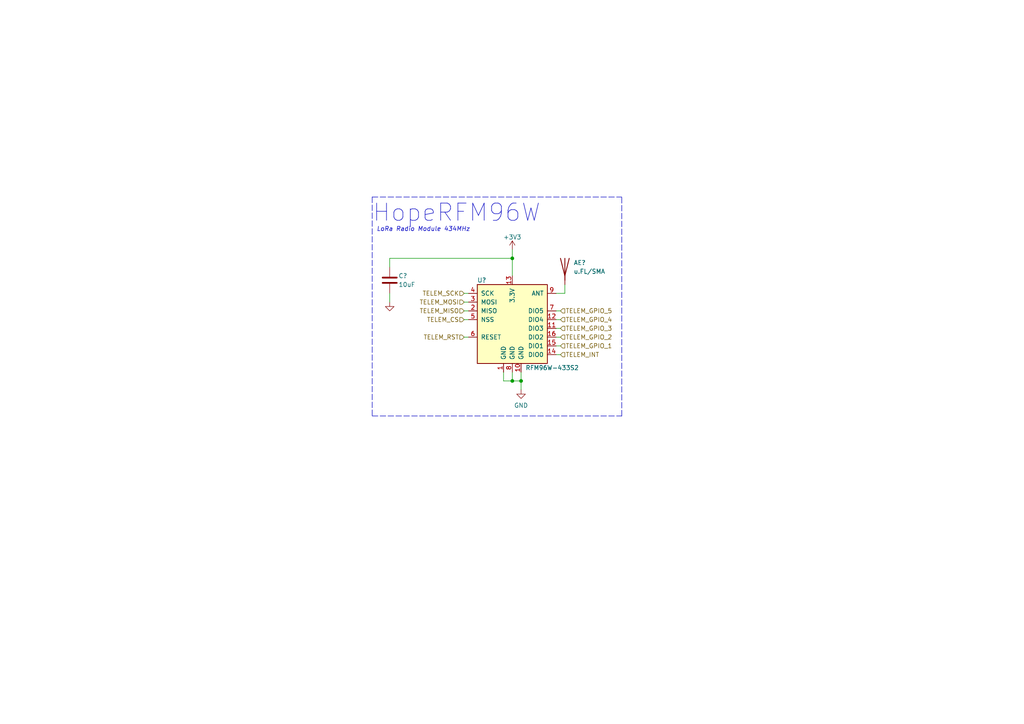
<source format=kicad_sch>
(kicad_sch (version 20211123) (generator eeschema)

  (uuid 8632cc89-d784-4878-8436-1b360a137557)

  (paper "A4")

  (lib_symbols
    (symbol "D24V50F5:C" (pin_numbers hide) (pin_names (offset 0.254)) (in_bom yes) (on_board yes)
      (property "Reference" "C" (id 0) (at 0.635 2.54 0)
        (effects (font (size 1.27 1.27)) (justify left))
      )
      (property "Value" "C" (id 1) (at 0.635 -2.54 0)
        (effects (font (size 1.27 1.27)) (justify left))
      )
      (property "Footprint" "" (id 2) (at 0.9652 -3.81 0)
        (effects (font (size 1.27 1.27)) hide)
      )
      (property "Datasheet" "~" (id 3) (at 0 0 0)
        (effects (font (size 1.27 1.27)) hide)
      )
      (property "ki_keywords" "cap capacitor" (id 4) (at 0 0 0)
        (effects (font (size 1.27 1.27)) hide)
      )
      (property "ki_description" "Unpolarized capacitor" (id 5) (at 0 0 0)
        (effects (font (size 1.27 1.27)) hide)
      )
      (property "ki_fp_filters" "C_*" (id 6) (at 0 0 0)
        (effects (font (size 1.27 1.27)) hide)
      )
      (symbol "C_0_1"
        (polyline
          (pts
            (xy -2.032 -0.762)
            (xy 2.032 -0.762)
          )
          (stroke (width 0.508) (type default) (color 0 0 0 0))
          (fill (type none))
        )
        (polyline
          (pts
            (xy -2.032 0.762)
            (xy 2.032 0.762)
          )
          (stroke (width 0.508) (type default) (color 0 0 0 0))
          (fill (type none))
        )
      )
      (symbol "C_1_1"
        (pin passive line (at 0 3.81 270) (length 2.794)
          (name "~" (effects (font (size 1.27 1.27))))
          (number "1" (effects (font (size 1.27 1.27))))
        )
        (pin passive line (at 0 -3.81 90) (length 2.794)
          (name "~" (effects (font (size 1.27 1.27))))
          (number "2" (effects (font (size 1.27 1.27))))
        )
      )
    )
    (symbol "Device:Antenna" (pin_numbers hide) (pin_names (offset 1.016) hide) (in_bom yes) (on_board yes)
      (property "Reference" "AE" (id 0) (at -1.905 1.905 0)
        (effects (font (size 1.27 1.27)) (justify right))
      )
      (property "Value" "Antenna" (id 1) (at -1.905 0 0)
        (effects (font (size 1.27 1.27)) (justify right))
      )
      (property "Footprint" "" (id 2) (at 0 0 0)
        (effects (font (size 1.27 1.27)) hide)
      )
      (property "Datasheet" "~" (id 3) (at 0 0 0)
        (effects (font (size 1.27 1.27)) hide)
      )
      (property "ki_keywords" "antenna" (id 4) (at 0 0 0)
        (effects (font (size 1.27 1.27)) hide)
      )
      (property "ki_description" "Antenna" (id 5) (at 0 0 0)
        (effects (font (size 1.27 1.27)) hide)
      )
      (symbol "Antenna_0_1"
        (polyline
          (pts
            (xy 0 2.54)
            (xy 0 -3.81)
          )
          (stroke (width 0.254) (type default) (color 0 0 0 0))
          (fill (type none))
        )
        (polyline
          (pts
            (xy 1.27 2.54)
            (xy 0 -2.54)
            (xy -1.27 2.54)
          )
          (stroke (width 0.254) (type default) (color 0 0 0 0))
          (fill (type none))
        )
      )
      (symbol "Antenna_1_1"
        (pin input line (at 0 -5.08 90) (length 2.54)
          (name "A" (effects (font (size 1.27 1.27))))
          (number "1" (effects (font (size 1.27 1.27))))
        )
      )
    )
    (symbol "RF_Module:RFM96W-433S2" (pin_names (offset 1.016)) (in_bom yes) (on_board yes)
      (property "Reference" "U" (id 0) (at -10.414 11.684 0)
        (effects (font (size 1.27 1.27)) (justify left))
      )
      (property "Value" "RFM96W-433S2" (id 1) (at 1.524 11.43 0)
        (effects (font (size 1.27 1.27)) (justify left))
      )
      (property "Footprint" "" (id 2) (at -83.82 41.91 0)
        (effects (font (size 1.27 1.27)) hide)
      )
      (property "Datasheet" "https://www.hoperf.com/data/upload/portal/20181127/5bfcc0ac60235.pdf" (id 3) (at -83.82 41.91 0)
        (effects (font (size 1.27 1.27)) hide)
      )
      (property "ki_keywords" "Low power long range transceiver module" (id 4) (at 0 0 0)
        (effects (font (size 1.27 1.27)) hide)
      )
      (property "ki_description" "Low power long range transceiver module, SPI and parallel interface, 433 MHz, spreading factor 6 to12, bandwith 7.8 to 500kHz, -111 to -148 dBm, SMD-16, DIP-16" (id 5) (at 0 0 0)
        (effects (font (size 1.27 1.27)) hide)
      )
      (property "ki_fp_filters" "HOPERF*RFM9XW*" (id 6) (at 0 0 0)
        (effects (font (size 1.27 1.27)) hide)
      )
      (symbol "RFM96W-433S2_0_1"
        (rectangle (start -10.16 10.16) (end 10.16 -12.7)
          (stroke (width 0.254) (type default) (color 0 0 0 0))
          (fill (type background))
        )
      )
      (symbol "RFM96W-433S2_1_1"
        (pin power_in line (at -2.54 -15.24 90) (length 2.54)
          (name "GND" (effects (font (size 1.27 1.27))))
          (number "1" (effects (font (size 1.27 1.27))))
        )
        (pin power_in line (at 2.54 -15.24 90) (length 2.54)
          (name "GND" (effects (font (size 1.27 1.27))))
          (number "10" (effects (font (size 1.27 1.27))))
        )
        (pin bidirectional line (at 12.7 -2.54 180) (length 2.54)
          (name "DIO3" (effects (font (size 1.27 1.27))))
          (number "11" (effects (font (size 1.27 1.27))))
        )
        (pin bidirectional line (at 12.7 0 180) (length 2.54)
          (name "DIO4" (effects (font (size 1.27 1.27))))
          (number "12" (effects (font (size 1.27 1.27))))
        )
        (pin power_in line (at 0 12.7 270) (length 2.54)
          (name "3.3V" (effects (font (size 1.27 1.27))))
          (number "13" (effects (font (size 1.27 1.27))))
        )
        (pin bidirectional line (at 12.7 -10.16 180) (length 2.54)
          (name "DIO0" (effects (font (size 1.27 1.27))))
          (number "14" (effects (font (size 1.27 1.27))))
        )
        (pin bidirectional line (at 12.7 -7.62 180) (length 2.54)
          (name "DIO1" (effects (font (size 1.27 1.27))))
          (number "15" (effects (font (size 1.27 1.27))))
        )
        (pin bidirectional line (at 12.7 -5.08 180) (length 2.54)
          (name "DIO2" (effects (font (size 1.27 1.27))))
          (number "16" (effects (font (size 1.27 1.27))))
        )
        (pin output line (at -12.7 2.54 0) (length 2.54)
          (name "MISO" (effects (font (size 1.27 1.27))))
          (number "2" (effects (font (size 1.27 1.27))))
        )
        (pin input line (at -12.7 5.08 0) (length 2.54)
          (name "MOSI" (effects (font (size 1.27 1.27))))
          (number "3" (effects (font (size 1.27 1.27))))
        )
        (pin input line (at -12.7 7.62 0) (length 2.54)
          (name "SCK" (effects (font (size 1.27 1.27))))
          (number "4" (effects (font (size 1.27 1.27))))
        )
        (pin input line (at -12.7 0 0) (length 2.54)
          (name "NSS" (effects (font (size 1.27 1.27))))
          (number "5" (effects (font (size 1.27 1.27))))
        )
        (pin bidirectional line (at -12.7 -5.08 0) (length 2.54)
          (name "RESET" (effects (font (size 1.27 1.27))))
          (number "6" (effects (font (size 1.27 1.27))))
        )
        (pin bidirectional line (at 12.7 2.54 180) (length 2.54)
          (name "DIO5" (effects (font (size 1.27 1.27))))
          (number "7" (effects (font (size 1.27 1.27))))
        )
        (pin power_in line (at 0 -15.24 90) (length 2.54)
          (name "GND" (effects (font (size 1.27 1.27))))
          (number "8" (effects (font (size 1.27 1.27))))
        )
        (pin bidirectional line (at 12.7 7.62 180) (length 2.54)
          (name "ANT" (effects (font (size 1.27 1.27))))
          (number "9" (effects (font (size 1.27 1.27))))
        )
      )
    )
    (symbol "power:+3V3" (power) (pin_names (offset 0)) (in_bom yes) (on_board yes)
      (property "Reference" "#PWR" (id 0) (at 0 -3.81 0)
        (effects (font (size 1.27 1.27)) hide)
      )
      (property "Value" "+3V3" (id 1) (at 0 3.556 0)
        (effects (font (size 1.27 1.27)))
      )
      (property "Footprint" "" (id 2) (at 0 0 0)
        (effects (font (size 1.27 1.27)) hide)
      )
      (property "Datasheet" "" (id 3) (at 0 0 0)
        (effects (font (size 1.27 1.27)) hide)
      )
      (property "ki_keywords" "power-flag" (id 4) (at 0 0 0)
        (effects (font (size 1.27 1.27)) hide)
      )
      (property "ki_description" "Power symbol creates a global label with name \"+3V3\"" (id 5) (at 0 0 0)
        (effects (font (size 1.27 1.27)) hide)
      )
      (symbol "+3V3_0_1"
        (polyline
          (pts
            (xy -0.762 1.27)
            (xy 0 2.54)
          )
          (stroke (width 0) (type default) (color 0 0 0 0))
          (fill (type none))
        )
        (polyline
          (pts
            (xy 0 0)
            (xy 0 2.54)
          )
          (stroke (width 0) (type default) (color 0 0 0 0))
          (fill (type none))
        )
        (polyline
          (pts
            (xy 0 2.54)
            (xy 0.762 1.27)
          )
          (stroke (width 0) (type default) (color 0 0 0 0))
          (fill (type none))
        )
      )
      (symbol "+3V3_1_1"
        (pin power_in line (at 0 0 90) (length 0) hide
          (name "+3V3" (effects (font (size 1.27 1.27))))
          (number "1" (effects (font (size 1.27 1.27))))
        )
      )
    )
    (symbol "power:GND" (power) (pin_names (offset 0)) (in_bom yes) (on_board yes)
      (property "Reference" "#PWR" (id 0) (at 0 -6.35 0)
        (effects (font (size 1.27 1.27)) hide)
      )
      (property "Value" "GND" (id 1) (at 0 -3.81 0)
        (effects (font (size 1.27 1.27)))
      )
      (property "Footprint" "" (id 2) (at 0 0 0)
        (effects (font (size 1.27 1.27)) hide)
      )
      (property "Datasheet" "" (id 3) (at 0 0 0)
        (effects (font (size 1.27 1.27)) hide)
      )
      (property "ki_keywords" "power-flag" (id 4) (at 0 0 0)
        (effects (font (size 1.27 1.27)) hide)
      )
      (property "ki_description" "Power symbol creates a global label with name \"GND\" , ground" (id 5) (at 0 0 0)
        (effects (font (size 1.27 1.27)) hide)
      )
      (symbol "GND_0_1"
        (polyline
          (pts
            (xy 0 0)
            (xy 0 -1.27)
            (xy 1.27 -1.27)
            (xy 0 -2.54)
            (xy -1.27 -1.27)
            (xy 0 -1.27)
          )
          (stroke (width 0) (type default) (color 0 0 0 0))
          (fill (type none))
        )
      )
      (symbol "GND_1_1"
        (pin power_in line (at 0 0 270) (length 0) hide
          (name "GND" (effects (font (size 1.27 1.27))))
          (number "1" (effects (font (size 1.27 1.27))))
        )
      )
    )
  )

  (junction (at 148.59 110.49) (diameter 0) (color 0 0 0 0)
    (uuid 90d8a637-da9d-48c3-80c2-d71966c19496)
  )
  (junction (at 151.13 110.49) (diameter 0) (color 0 0 0 0)
    (uuid e06d1777-ac3c-40e1-9e94-b3fff3bdd114)
  )
  (junction (at 148.59 74.93) (diameter 0) (color 0 0 0 0)
    (uuid ecc07354-7443-48f1-9e1e-305bfe536be1)
  )

  (wire (pts (xy 148.59 74.93) (xy 148.59 80.01))
    (stroke (width 0) (type default) (color 0 0 0 0))
    (uuid 05a68e3c-1711-4641-ab55-04f71f84d880)
  )
  (wire (pts (xy 134.62 97.79) (xy 135.89 97.79))
    (stroke (width 0) (type default) (color 0 0 0 0))
    (uuid 38c5b713-8aad-40ba-9790-e789e4fa51bd)
  )
  (wire (pts (xy 134.62 90.17) (xy 135.89 90.17))
    (stroke (width 0) (type default) (color 0 0 0 0))
    (uuid 3bbbadfd-a34d-4902-bbad-42523b1ee5b5)
  )
  (wire (pts (xy 161.29 85.09) (xy 163.83 85.09))
    (stroke (width 0) (type default) (color 0 0 0 0))
    (uuid 46d3a6b0-f894-43f1-9613-cffe58ba7bfd)
  )
  (wire (pts (xy 134.62 85.09) (xy 135.89 85.09))
    (stroke (width 0) (type default) (color 0 0 0 0))
    (uuid 55ccbcfa-79c9-4c86-98cd-b1c3caeb7e41)
  )
  (wire (pts (xy 151.13 107.95) (xy 151.13 110.49))
    (stroke (width 0) (type default) (color 0 0 0 0))
    (uuid 57f8ffbf-4302-49a3-abf4-e6875bf11595)
  )
  (wire (pts (xy 113.03 74.93) (xy 113.03 77.47))
    (stroke (width 0) (type default) (color 0 0 0 0))
    (uuid 5a0642e2-8ede-4d7d-a80a-e624dd7aa65a)
  )
  (wire (pts (xy 161.29 102.87) (xy 162.56 102.87))
    (stroke (width 0) (type default) (color 0 0 0 0))
    (uuid 6726dc27-8b75-4393-816b-4d347174bddf)
  )
  (wire (pts (xy 148.59 110.49) (xy 151.13 110.49))
    (stroke (width 0) (type default) (color 0 0 0 0))
    (uuid 6956dc81-c928-4fa9-9625-d7e2a7a94080)
  )
  (wire (pts (xy 146.05 107.95) (xy 146.05 110.49))
    (stroke (width 0) (type default) (color 0 0 0 0))
    (uuid 6c107434-6896-4cb9-8f1e-29cdf37af5cc)
  )
  (wire (pts (xy 163.83 85.09) (xy 163.83 82.55))
    (stroke (width 0) (type default) (color 0 0 0 0))
    (uuid 741f18ca-e6fd-41ac-904c-7e28a4801b55)
  )
  (wire (pts (xy 148.59 72.39) (xy 148.59 74.93))
    (stroke (width 0) (type default) (color 0 0 0 0))
    (uuid 78a4cf29-d174-4f27-b93a-9d8114ad0616)
  )
  (wire (pts (xy 134.62 87.63) (xy 135.89 87.63))
    (stroke (width 0) (type default) (color 0 0 0 0))
    (uuid 7d36d461-9656-4cfd-82aa-1c5cec03dde8)
  )
  (wire (pts (xy 148.59 107.95) (xy 148.59 110.49))
    (stroke (width 0) (type default) (color 0 0 0 0))
    (uuid 7ee47d95-4b68-43f7-9a3f-b90877c59db2)
  )
  (wire (pts (xy 113.03 74.93) (xy 148.59 74.93))
    (stroke (width 0) (type default) (color 0 0 0 0))
    (uuid 8066a1ea-0748-4c8a-8d1c-e03ac68267f5)
  )
  (wire (pts (xy 161.29 97.79) (xy 162.56 97.79))
    (stroke (width 0) (type default) (color 0 0 0 0))
    (uuid 89c52050-756b-4dec-91cc-9fa727570840)
  )
  (wire (pts (xy 134.62 92.71) (xy 135.89 92.71))
    (stroke (width 0) (type default) (color 0 0 0 0))
    (uuid 8eb8e589-45f6-429a-925b-a1fd4ba7cf50)
  )
  (polyline (pts (xy 180.34 120.65) (xy 180.34 57.15))
    (stroke (width 0) (type default) (color 0 0 0 0))
    (uuid 8ecbddeb-c688-4a59-84f0-5fedf6a3d814)
  )

  (wire (pts (xy 161.29 92.71) (xy 162.56 92.71))
    (stroke (width 0) (type default) (color 0 0 0 0))
    (uuid a4f4ae3f-fede-4046-9f7e-7b0ff148ee6b)
  )
  (polyline (pts (xy 107.95 57.15) (xy 180.34 57.15))
    (stroke (width 0) (type default) (color 0 0 0 0))
    (uuid a97f4725-5680-4a5b-bb6f-d612b901acb8)
  )
  (polyline (pts (xy 107.95 120.65) (xy 180.34 120.65))
    (stroke (width 0) (type default) (color 0 0 0 0))
    (uuid b869d71b-1734-4ace-b5f2-0f20746025ca)
  )

  (wire (pts (xy 146.05 110.49) (xy 148.59 110.49))
    (stroke (width 0) (type default) (color 0 0 0 0))
    (uuid bc86be92-7268-4762-93e7-4297ae44b101)
  )
  (wire (pts (xy 161.29 95.25) (xy 162.56 95.25))
    (stroke (width 0) (type default) (color 0 0 0 0))
    (uuid c95e2c4c-0cd6-4a63-8047-9487db6d52c6)
  )
  (wire (pts (xy 113.03 85.09) (xy 113.03 87.63))
    (stroke (width 0) (type default) (color 0 0 0 0))
    (uuid d205b88f-d6a6-48ee-8a16-dcf6a11f3379)
  )
  (polyline (pts (xy 107.95 57.15) (xy 107.95 120.65))
    (stroke (width 0) (type default) (color 0 0 0 0))
    (uuid db4fd2a6-7287-4bb2-b924-fe2dbabf6016)
  )

  (wire (pts (xy 161.29 100.33) (xy 162.56 100.33))
    (stroke (width 0) (type default) (color 0 0 0 0))
    (uuid e9b371a4-9648-47d2-a986-b677ca0915c8)
  )
  (wire (pts (xy 161.29 90.17) (xy 162.56 90.17))
    (stroke (width 0) (type default) (color 0 0 0 0))
    (uuid ef716498-af82-4a05-896f-a4e6071ac7cb)
  )
  (wire (pts (xy 151.13 110.49) (xy 151.13 113.03))
    (stroke (width 0) (type default) (color 0 0 0 0))
    (uuid f9f0d990-4a38-4017-ac67-4b4c169564a0)
  )

  (text "LoRa Radio Module 434MHz" (at 109.22 67.31 0)
    (effects (font (size 1.27 1.27) italic) (justify left bottom))
    (uuid 28669da5-c9ed-4cd6-b3c9-c88dc3dc451e)
  )
  (text "HopeRFM96W" (at 107.95 64.77 0)
    (effects (font (size 5 5)) (justify left bottom))
    (uuid 883cb5c1-e44f-445f-b2f1-b7db7368b947)
  )

  (hierarchical_label "TELEM_CS" (shape input) (at 134.62 92.71 180)
    (effects (font (size 1.27 1.27)) (justify right))
    (uuid 09e637aa-c0c1-40ee-b2f3-2c1536318e46)
  )
  (hierarchical_label "TELEM_GPIO_4" (shape input) (at 162.56 92.71 0)
    (effects (font (size 1.27 1.27)) (justify left))
    (uuid 0e7187df-16c9-4bbd-a77e-c2c6d656c627)
  )
  (hierarchical_label "TELEM_MOSI" (shape input) (at 134.62 87.63 180)
    (effects (font (size 1.27 1.27)) (justify right))
    (uuid 184fd6da-bfe6-41fb-a5ae-782ee031e8b2)
  )
  (hierarchical_label "TELEM_INT" (shape input) (at 162.56 102.87 0)
    (effects (font (size 1.27 1.27)) (justify left))
    (uuid 241b93db-9777-4b2f-9fde-f942a2d5e071)
  )
  (hierarchical_label "TELEM_GPIO_5" (shape input) (at 162.56 90.17 0)
    (effects (font (size 1.27 1.27)) (justify left))
    (uuid 3eb0b2dd-ff34-40bf-b6df-daf2707e95f4)
  )
  (hierarchical_label "TELEM_RST" (shape input) (at 134.62 97.79 180)
    (effects (font (size 1.27 1.27)) (justify right))
    (uuid 7adcc533-bee0-4ade-8fea-322673205c48)
  )
  (hierarchical_label "TELEM_MISO" (shape input) (at 134.62 90.17 180)
    (effects (font (size 1.27 1.27)) (justify right))
    (uuid a9ff46bc-dd81-4486-9617-9add5f98c49c)
  )
  (hierarchical_label "TELEM_GPIO_2" (shape input) (at 162.56 97.79 0)
    (effects (font (size 1.27 1.27)) (justify left))
    (uuid b9a4a59c-d442-425d-80d6-f92aa660ed4b)
  )
  (hierarchical_label "TELEM_GPIO_1" (shape input) (at 162.56 100.33 0)
    (effects (font (size 1.27 1.27)) (justify left))
    (uuid c2a0be8e-54ab-4ae7-b192-75c62894f5e4)
  )
  (hierarchical_label "TELEM_SCK" (shape input) (at 134.62 85.09 180)
    (effects (font (size 1.27 1.27)) (justify right))
    (uuid e4bcf25d-cb3d-4806-b888-a5565a6bd911)
  )
  (hierarchical_label "TELEM_GPIO_3" (shape input) (at 162.56 95.25 0)
    (effects (font (size 1.27 1.27)) (justify left))
    (uuid f8eaab62-6d21-49cc-90c6-adb4c8517297)
  )

  (symbol (lib_id "power:+3V3") (at 148.59 72.39 0) (unit 1)
    (in_bom yes) (on_board yes) (fields_autoplaced)
    (uuid 3c3cc6c3-7ea8-4613-ba49-794e8117e157)
    (property "Reference" "#PWR?" (id 0) (at 148.59 76.2 0)
      (effects (font (size 1.27 1.27)) hide)
    )
    (property "Value" "+3V3" (id 1) (at 148.59 68.7855 0))
    (property "Footprint" "" (id 2) (at 148.59 72.39 0)
      (effects (font (size 1.27 1.27)) hide)
    )
    (property "Datasheet" "" (id 3) (at 148.59 72.39 0)
      (effects (font (size 1.27 1.27)) hide)
    )
    (pin "1" (uuid 32e9aa26-6974-4c7a-88db-abf4f12b2b12))
  )

  (symbol (lib_id "Device:Antenna") (at 163.83 77.47 0) (unit 1)
    (in_bom yes) (on_board yes)
    (uuid 7b14913e-ad01-489e-b016-4ffc567790b2)
    (property "Reference" "AE?" (id 0) (at 166.37 76.2 0)
      (effects (font (size 1.27 1.27)) (justify left))
    )
    (property "Value" "u.FL/SMA" (id 1) (at 166.37 78.74 0)
      (effects (font (size 1.27 1.27)) (justify left))
    )
    (property "Footprint" "Connector_Coaxial:SMA_Molex_73251-1153_EdgeMount_Horizontal" (id 2) (at 163.83 77.47 0)
      (effects (font (size 1.27 1.27)) hide)
    )
    (property "Datasheet" "https://www.molex.com/pdm_docs/sd/732511150_sd.pdf" (id 3) (at 163.83 77.47 0)
      (effects (font (size 1.27 1.27)) hide)
    )
    (pin "1" (uuid 64587551-e41b-42bd-8fe7-c9713806bb26))
  )

  (symbol (lib_id "power:GND") (at 113.03 87.63 0) (unit 1)
    (in_bom yes) (on_board yes) (fields_autoplaced)
    (uuid 8ae16498-f175-4e0b-8841-bd0ba17046b9)
    (property "Reference" "#PWR?" (id 0) (at 113.03 93.98 0)
      (effects (font (size 1.27 1.27)) hide)
    )
    (property "Value" "GND" (id 1) (at 113.03 92.71 0)
      (effects (font (size 1.27 1.27)) hide)
    )
    (property "Footprint" "" (id 2) (at 113.03 87.63 0)
      (effects (font (size 1.27 1.27)) hide)
    )
    (property "Datasheet" "" (id 3) (at 113.03 87.63 0)
      (effects (font (size 1.27 1.27)) hide)
    )
    (pin "1" (uuid 4f7bad8f-22c5-4fc2-bc6f-0ed6134c1e3e))
  )

  (symbol (lib_id "power:GND") (at 151.13 113.03 0) (unit 1)
    (in_bom yes) (on_board yes) (fields_autoplaced)
    (uuid 9fcc4ceb-0779-42ce-8eed-e5a17a41a5df)
    (property "Reference" "#PWR?" (id 0) (at 151.13 119.38 0)
      (effects (font (size 1.27 1.27)) hide)
    )
    (property "Value" "GND" (id 1) (at 151.13 117.5925 0))
    (property "Footprint" "" (id 2) (at 151.13 113.03 0)
      (effects (font (size 1.27 1.27)) hide)
    )
    (property "Datasheet" "" (id 3) (at 151.13 113.03 0)
      (effects (font (size 1.27 1.27)) hide)
    )
    (pin "1" (uuid 9dced779-23e0-43eb-9f20-8e20958eee83))
  )

  (symbol (lib_id "RF_Module:RFM96W-433S2") (at 148.59 92.71 0) (unit 1)
    (in_bom yes) (on_board yes)
    (uuid b83c78db-ef1d-448d-acb5-7c7c5406100c)
    (property "Reference" "U?" (id 0) (at 138.43 81.28 0)
      (effects (font (size 1.27 1.27)) (justify left))
    )
    (property "Value" "RFM96W-433S2" (id 1) (at 152.4 106.68 0)
      (effects (font (size 1.27 1.27)) (justify left))
    )
    (property "Footprint" "RF_Module:HOPERF_RFM9XW_SMD" (id 2) (at 64.77 50.8 0)
      (effects (font (size 1.27 1.27)) hide)
    )
    (property "Datasheet" "https://www.hoperf.com/data/upload/portal/20181127/5bfcc0ac60235.pdf" (id 3) (at 64.77 50.8 0)
      (effects (font (size 1.27 1.27)) hide)
    )
    (pin "1" (uuid 8fa4e56c-37f9-40af-bf01-d486dad4013b))
    (pin "10" (uuid e0862f34-978f-4333-9b28-0ca82d7cdb1e))
    (pin "11" (uuid 20772ec4-238d-414a-8fdb-fc48fdea43b4))
    (pin "12" (uuid 7a7f347c-7491-4c73-9155-5d7c3f35baa2))
    (pin "13" (uuid 17eb72a5-cdae-4ec5-93ed-e72c56f8610a))
    (pin "14" (uuid 70a1f8ab-9106-4fba-91ab-34685f3f1324))
    (pin "15" (uuid 81eea072-7968-4f27-8b78-552af33dbd1f))
    (pin "16" (uuid deec8057-3cf2-4583-9200-9bc11ae8268c))
    (pin "2" (uuid 9984993a-6e20-4e5c-b770-bf79268f3052))
    (pin "3" (uuid 41a06a61-c386-47c7-be6b-1ba164fb38e0))
    (pin "4" (uuid 66f8eee5-0f56-4aca-aef8-dd13a938d2a7))
    (pin "5" (uuid 796f4d5f-e478-4189-8183-52ca15b7ff26))
    (pin "6" (uuid e07cab5b-2d4d-4051-9a49-154b1da6f2c1))
    (pin "7" (uuid a33061af-743f-4fb5-9702-215703c7d389))
    (pin "8" (uuid d23f4524-4f34-4ef4-ba92-d266f29fa580))
    (pin "9" (uuid 1ebdf87a-e499-487a-a466-0de042a3fbd7))
  )

  (symbol (lib_id "D24V50F5:C") (at 113.03 81.28 0) (unit 1)
    (in_bom yes) (on_board yes)
    (uuid c83a7683-78d5-473d-8fe4-66112030c06a)
    (property "Reference" "C?" (id 0) (at 115.57 80.01 0)
      (effects (font (size 1.27 1.27)) (justify left))
    )
    (property "Value" "10uF" (id 1) (at 115.57 82.55 0)
      (effects (font (size 1.27 1.27)) (justify left))
    )
    (property "Footprint" "Capacitor_SMD:C_0805_2012Metric" (id 2) (at 113.9952 85.09 0)
      (effects (font (size 1.27 1.27)) hide)
    )
    (property "Datasheet" "~" (id 3) (at 113.03 81.28 0)
      (effects (font (size 1.27 1.27)) hide)
    )
    (pin "1" (uuid 2c2a404a-6e88-43b2-98cb-67415b4452ce))
    (pin "2" (uuid 73497f58-4e4b-4182-bd92-1b16f183ec5f))
  )
)

</source>
